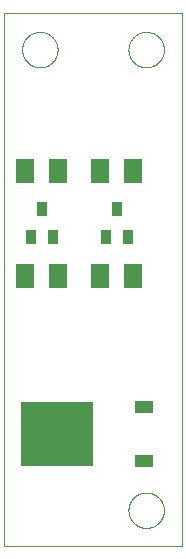
<source format=gtp>
G75*
%MOIN*%
%OFA0B0*%
%FSLAX25Y25*%
%IPPOS*%
%LPD*%
%AMOC8*
5,1,8,0,0,1.08239X$1,22.5*
%
%ADD10C,0.00000*%
%ADD11R,0.03543X0.04724*%
%ADD12R,0.06299X0.07874*%
%ADD13R,0.06299X0.03937*%
%ADD14R,0.24409X0.21260*%
D10*
X0001800Y0010051D02*
X0001800Y0187591D01*
X0060855Y0187591D01*
X0060855Y0010051D01*
X0001800Y0010051D01*
X0043138Y0021862D02*
X0043140Y0022015D01*
X0043146Y0022169D01*
X0043156Y0022322D01*
X0043170Y0022474D01*
X0043188Y0022627D01*
X0043210Y0022778D01*
X0043235Y0022929D01*
X0043265Y0023080D01*
X0043299Y0023230D01*
X0043336Y0023378D01*
X0043377Y0023526D01*
X0043422Y0023672D01*
X0043471Y0023818D01*
X0043524Y0023962D01*
X0043580Y0024104D01*
X0043640Y0024245D01*
X0043704Y0024385D01*
X0043771Y0024523D01*
X0043842Y0024659D01*
X0043917Y0024793D01*
X0043994Y0024925D01*
X0044076Y0025055D01*
X0044160Y0025183D01*
X0044248Y0025309D01*
X0044339Y0025432D01*
X0044433Y0025553D01*
X0044531Y0025671D01*
X0044631Y0025787D01*
X0044735Y0025900D01*
X0044841Y0026011D01*
X0044950Y0026119D01*
X0045062Y0026224D01*
X0045176Y0026325D01*
X0045294Y0026424D01*
X0045413Y0026520D01*
X0045535Y0026613D01*
X0045660Y0026702D01*
X0045787Y0026789D01*
X0045916Y0026871D01*
X0046047Y0026951D01*
X0046180Y0027027D01*
X0046315Y0027100D01*
X0046452Y0027169D01*
X0046591Y0027234D01*
X0046731Y0027296D01*
X0046873Y0027354D01*
X0047016Y0027409D01*
X0047161Y0027460D01*
X0047307Y0027507D01*
X0047454Y0027550D01*
X0047602Y0027589D01*
X0047751Y0027625D01*
X0047901Y0027656D01*
X0048052Y0027684D01*
X0048203Y0027708D01*
X0048356Y0027728D01*
X0048508Y0027744D01*
X0048661Y0027756D01*
X0048814Y0027764D01*
X0048967Y0027768D01*
X0049121Y0027768D01*
X0049274Y0027764D01*
X0049427Y0027756D01*
X0049580Y0027744D01*
X0049732Y0027728D01*
X0049885Y0027708D01*
X0050036Y0027684D01*
X0050187Y0027656D01*
X0050337Y0027625D01*
X0050486Y0027589D01*
X0050634Y0027550D01*
X0050781Y0027507D01*
X0050927Y0027460D01*
X0051072Y0027409D01*
X0051215Y0027354D01*
X0051357Y0027296D01*
X0051497Y0027234D01*
X0051636Y0027169D01*
X0051773Y0027100D01*
X0051908Y0027027D01*
X0052041Y0026951D01*
X0052172Y0026871D01*
X0052301Y0026789D01*
X0052428Y0026702D01*
X0052553Y0026613D01*
X0052675Y0026520D01*
X0052794Y0026424D01*
X0052912Y0026325D01*
X0053026Y0026224D01*
X0053138Y0026119D01*
X0053247Y0026011D01*
X0053353Y0025900D01*
X0053457Y0025787D01*
X0053557Y0025671D01*
X0053655Y0025553D01*
X0053749Y0025432D01*
X0053840Y0025309D01*
X0053928Y0025183D01*
X0054012Y0025055D01*
X0054094Y0024925D01*
X0054171Y0024793D01*
X0054246Y0024659D01*
X0054317Y0024523D01*
X0054384Y0024385D01*
X0054448Y0024245D01*
X0054508Y0024104D01*
X0054564Y0023962D01*
X0054617Y0023818D01*
X0054666Y0023672D01*
X0054711Y0023526D01*
X0054752Y0023378D01*
X0054789Y0023230D01*
X0054823Y0023080D01*
X0054853Y0022929D01*
X0054878Y0022778D01*
X0054900Y0022627D01*
X0054918Y0022474D01*
X0054932Y0022322D01*
X0054942Y0022169D01*
X0054948Y0022015D01*
X0054950Y0021862D01*
X0054948Y0021709D01*
X0054942Y0021555D01*
X0054932Y0021402D01*
X0054918Y0021250D01*
X0054900Y0021097D01*
X0054878Y0020946D01*
X0054853Y0020795D01*
X0054823Y0020644D01*
X0054789Y0020494D01*
X0054752Y0020346D01*
X0054711Y0020198D01*
X0054666Y0020052D01*
X0054617Y0019906D01*
X0054564Y0019762D01*
X0054508Y0019620D01*
X0054448Y0019479D01*
X0054384Y0019339D01*
X0054317Y0019201D01*
X0054246Y0019065D01*
X0054171Y0018931D01*
X0054094Y0018799D01*
X0054012Y0018669D01*
X0053928Y0018541D01*
X0053840Y0018415D01*
X0053749Y0018292D01*
X0053655Y0018171D01*
X0053557Y0018053D01*
X0053457Y0017937D01*
X0053353Y0017824D01*
X0053247Y0017713D01*
X0053138Y0017605D01*
X0053026Y0017500D01*
X0052912Y0017399D01*
X0052794Y0017300D01*
X0052675Y0017204D01*
X0052553Y0017111D01*
X0052428Y0017022D01*
X0052301Y0016935D01*
X0052172Y0016853D01*
X0052041Y0016773D01*
X0051908Y0016697D01*
X0051773Y0016624D01*
X0051636Y0016555D01*
X0051497Y0016490D01*
X0051357Y0016428D01*
X0051215Y0016370D01*
X0051072Y0016315D01*
X0050927Y0016264D01*
X0050781Y0016217D01*
X0050634Y0016174D01*
X0050486Y0016135D01*
X0050337Y0016099D01*
X0050187Y0016068D01*
X0050036Y0016040D01*
X0049885Y0016016D01*
X0049732Y0015996D01*
X0049580Y0015980D01*
X0049427Y0015968D01*
X0049274Y0015960D01*
X0049121Y0015956D01*
X0048967Y0015956D01*
X0048814Y0015960D01*
X0048661Y0015968D01*
X0048508Y0015980D01*
X0048356Y0015996D01*
X0048203Y0016016D01*
X0048052Y0016040D01*
X0047901Y0016068D01*
X0047751Y0016099D01*
X0047602Y0016135D01*
X0047454Y0016174D01*
X0047307Y0016217D01*
X0047161Y0016264D01*
X0047016Y0016315D01*
X0046873Y0016370D01*
X0046731Y0016428D01*
X0046591Y0016490D01*
X0046452Y0016555D01*
X0046315Y0016624D01*
X0046180Y0016697D01*
X0046047Y0016773D01*
X0045916Y0016853D01*
X0045787Y0016935D01*
X0045660Y0017022D01*
X0045535Y0017111D01*
X0045413Y0017204D01*
X0045294Y0017300D01*
X0045176Y0017399D01*
X0045062Y0017500D01*
X0044950Y0017605D01*
X0044841Y0017713D01*
X0044735Y0017824D01*
X0044631Y0017937D01*
X0044531Y0018053D01*
X0044433Y0018171D01*
X0044339Y0018292D01*
X0044248Y0018415D01*
X0044160Y0018541D01*
X0044076Y0018669D01*
X0043994Y0018799D01*
X0043917Y0018931D01*
X0043842Y0019065D01*
X0043771Y0019201D01*
X0043704Y0019339D01*
X0043640Y0019479D01*
X0043580Y0019620D01*
X0043524Y0019762D01*
X0043471Y0019906D01*
X0043422Y0020052D01*
X0043377Y0020198D01*
X0043336Y0020346D01*
X0043299Y0020494D01*
X0043265Y0020644D01*
X0043235Y0020795D01*
X0043210Y0020946D01*
X0043188Y0021097D01*
X0043170Y0021250D01*
X0043156Y0021402D01*
X0043146Y0021555D01*
X0043140Y0021709D01*
X0043138Y0021862D01*
X0043138Y0175406D02*
X0043140Y0175559D01*
X0043146Y0175713D01*
X0043156Y0175866D01*
X0043170Y0176018D01*
X0043188Y0176171D01*
X0043210Y0176322D01*
X0043235Y0176473D01*
X0043265Y0176624D01*
X0043299Y0176774D01*
X0043336Y0176922D01*
X0043377Y0177070D01*
X0043422Y0177216D01*
X0043471Y0177362D01*
X0043524Y0177506D01*
X0043580Y0177648D01*
X0043640Y0177789D01*
X0043704Y0177929D01*
X0043771Y0178067D01*
X0043842Y0178203D01*
X0043917Y0178337D01*
X0043994Y0178469D01*
X0044076Y0178599D01*
X0044160Y0178727D01*
X0044248Y0178853D01*
X0044339Y0178976D01*
X0044433Y0179097D01*
X0044531Y0179215D01*
X0044631Y0179331D01*
X0044735Y0179444D01*
X0044841Y0179555D01*
X0044950Y0179663D01*
X0045062Y0179768D01*
X0045176Y0179869D01*
X0045294Y0179968D01*
X0045413Y0180064D01*
X0045535Y0180157D01*
X0045660Y0180246D01*
X0045787Y0180333D01*
X0045916Y0180415D01*
X0046047Y0180495D01*
X0046180Y0180571D01*
X0046315Y0180644D01*
X0046452Y0180713D01*
X0046591Y0180778D01*
X0046731Y0180840D01*
X0046873Y0180898D01*
X0047016Y0180953D01*
X0047161Y0181004D01*
X0047307Y0181051D01*
X0047454Y0181094D01*
X0047602Y0181133D01*
X0047751Y0181169D01*
X0047901Y0181200D01*
X0048052Y0181228D01*
X0048203Y0181252D01*
X0048356Y0181272D01*
X0048508Y0181288D01*
X0048661Y0181300D01*
X0048814Y0181308D01*
X0048967Y0181312D01*
X0049121Y0181312D01*
X0049274Y0181308D01*
X0049427Y0181300D01*
X0049580Y0181288D01*
X0049732Y0181272D01*
X0049885Y0181252D01*
X0050036Y0181228D01*
X0050187Y0181200D01*
X0050337Y0181169D01*
X0050486Y0181133D01*
X0050634Y0181094D01*
X0050781Y0181051D01*
X0050927Y0181004D01*
X0051072Y0180953D01*
X0051215Y0180898D01*
X0051357Y0180840D01*
X0051497Y0180778D01*
X0051636Y0180713D01*
X0051773Y0180644D01*
X0051908Y0180571D01*
X0052041Y0180495D01*
X0052172Y0180415D01*
X0052301Y0180333D01*
X0052428Y0180246D01*
X0052553Y0180157D01*
X0052675Y0180064D01*
X0052794Y0179968D01*
X0052912Y0179869D01*
X0053026Y0179768D01*
X0053138Y0179663D01*
X0053247Y0179555D01*
X0053353Y0179444D01*
X0053457Y0179331D01*
X0053557Y0179215D01*
X0053655Y0179097D01*
X0053749Y0178976D01*
X0053840Y0178853D01*
X0053928Y0178727D01*
X0054012Y0178599D01*
X0054094Y0178469D01*
X0054171Y0178337D01*
X0054246Y0178203D01*
X0054317Y0178067D01*
X0054384Y0177929D01*
X0054448Y0177789D01*
X0054508Y0177648D01*
X0054564Y0177506D01*
X0054617Y0177362D01*
X0054666Y0177216D01*
X0054711Y0177070D01*
X0054752Y0176922D01*
X0054789Y0176774D01*
X0054823Y0176624D01*
X0054853Y0176473D01*
X0054878Y0176322D01*
X0054900Y0176171D01*
X0054918Y0176018D01*
X0054932Y0175866D01*
X0054942Y0175713D01*
X0054948Y0175559D01*
X0054950Y0175406D01*
X0054948Y0175253D01*
X0054942Y0175099D01*
X0054932Y0174946D01*
X0054918Y0174794D01*
X0054900Y0174641D01*
X0054878Y0174490D01*
X0054853Y0174339D01*
X0054823Y0174188D01*
X0054789Y0174038D01*
X0054752Y0173890D01*
X0054711Y0173742D01*
X0054666Y0173596D01*
X0054617Y0173450D01*
X0054564Y0173306D01*
X0054508Y0173164D01*
X0054448Y0173023D01*
X0054384Y0172883D01*
X0054317Y0172745D01*
X0054246Y0172609D01*
X0054171Y0172475D01*
X0054094Y0172343D01*
X0054012Y0172213D01*
X0053928Y0172085D01*
X0053840Y0171959D01*
X0053749Y0171836D01*
X0053655Y0171715D01*
X0053557Y0171597D01*
X0053457Y0171481D01*
X0053353Y0171368D01*
X0053247Y0171257D01*
X0053138Y0171149D01*
X0053026Y0171044D01*
X0052912Y0170943D01*
X0052794Y0170844D01*
X0052675Y0170748D01*
X0052553Y0170655D01*
X0052428Y0170566D01*
X0052301Y0170479D01*
X0052172Y0170397D01*
X0052041Y0170317D01*
X0051908Y0170241D01*
X0051773Y0170168D01*
X0051636Y0170099D01*
X0051497Y0170034D01*
X0051357Y0169972D01*
X0051215Y0169914D01*
X0051072Y0169859D01*
X0050927Y0169808D01*
X0050781Y0169761D01*
X0050634Y0169718D01*
X0050486Y0169679D01*
X0050337Y0169643D01*
X0050187Y0169612D01*
X0050036Y0169584D01*
X0049885Y0169560D01*
X0049732Y0169540D01*
X0049580Y0169524D01*
X0049427Y0169512D01*
X0049274Y0169504D01*
X0049121Y0169500D01*
X0048967Y0169500D01*
X0048814Y0169504D01*
X0048661Y0169512D01*
X0048508Y0169524D01*
X0048356Y0169540D01*
X0048203Y0169560D01*
X0048052Y0169584D01*
X0047901Y0169612D01*
X0047751Y0169643D01*
X0047602Y0169679D01*
X0047454Y0169718D01*
X0047307Y0169761D01*
X0047161Y0169808D01*
X0047016Y0169859D01*
X0046873Y0169914D01*
X0046731Y0169972D01*
X0046591Y0170034D01*
X0046452Y0170099D01*
X0046315Y0170168D01*
X0046180Y0170241D01*
X0046047Y0170317D01*
X0045916Y0170397D01*
X0045787Y0170479D01*
X0045660Y0170566D01*
X0045535Y0170655D01*
X0045413Y0170748D01*
X0045294Y0170844D01*
X0045176Y0170943D01*
X0045062Y0171044D01*
X0044950Y0171149D01*
X0044841Y0171257D01*
X0044735Y0171368D01*
X0044631Y0171481D01*
X0044531Y0171597D01*
X0044433Y0171715D01*
X0044339Y0171836D01*
X0044248Y0171959D01*
X0044160Y0172085D01*
X0044076Y0172213D01*
X0043994Y0172343D01*
X0043917Y0172475D01*
X0043842Y0172609D01*
X0043771Y0172745D01*
X0043704Y0172883D01*
X0043640Y0173023D01*
X0043580Y0173164D01*
X0043524Y0173306D01*
X0043471Y0173450D01*
X0043422Y0173596D01*
X0043377Y0173742D01*
X0043336Y0173890D01*
X0043299Y0174038D01*
X0043265Y0174188D01*
X0043235Y0174339D01*
X0043210Y0174490D01*
X0043188Y0174641D01*
X0043170Y0174794D01*
X0043156Y0174946D01*
X0043146Y0175099D01*
X0043140Y0175253D01*
X0043138Y0175406D01*
X0007705Y0175406D02*
X0007707Y0175559D01*
X0007713Y0175713D01*
X0007723Y0175866D01*
X0007737Y0176018D01*
X0007755Y0176171D01*
X0007777Y0176322D01*
X0007802Y0176473D01*
X0007832Y0176624D01*
X0007866Y0176774D01*
X0007903Y0176922D01*
X0007944Y0177070D01*
X0007989Y0177216D01*
X0008038Y0177362D01*
X0008091Y0177506D01*
X0008147Y0177648D01*
X0008207Y0177789D01*
X0008271Y0177929D01*
X0008338Y0178067D01*
X0008409Y0178203D01*
X0008484Y0178337D01*
X0008561Y0178469D01*
X0008643Y0178599D01*
X0008727Y0178727D01*
X0008815Y0178853D01*
X0008906Y0178976D01*
X0009000Y0179097D01*
X0009098Y0179215D01*
X0009198Y0179331D01*
X0009302Y0179444D01*
X0009408Y0179555D01*
X0009517Y0179663D01*
X0009629Y0179768D01*
X0009743Y0179869D01*
X0009861Y0179968D01*
X0009980Y0180064D01*
X0010102Y0180157D01*
X0010227Y0180246D01*
X0010354Y0180333D01*
X0010483Y0180415D01*
X0010614Y0180495D01*
X0010747Y0180571D01*
X0010882Y0180644D01*
X0011019Y0180713D01*
X0011158Y0180778D01*
X0011298Y0180840D01*
X0011440Y0180898D01*
X0011583Y0180953D01*
X0011728Y0181004D01*
X0011874Y0181051D01*
X0012021Y0181094D01*
X0012169Y0181133D01*
X0012318Y0181169D01*
X0012468Y0181200D01*
X0012619Y0181228D01*
X0012770Y0181252D01*
X0012923Y0181272D01*
X0013075Y0181288D01*
X0013228Y0181300D01*
X0013381Y0181308D01*
X0013534Y0181312D01*
X0013688Y0181312D01*
X0013841Y0181308D01*
X0013994Y0181300D01*
X0014147Y0181288D01*
X0014299Y0181272D01*
X0014452Y0181252D01*
X0014603Y0181228D01*
X0014754Y0181200D01*
X0014904Y0181169D01*
X0015053Y0181133D01*
X0015201Y0181094D01*
X0015348Y0181051D01*
X0015494Y0181004D01*
X0015639Y0180953D01*
X0015782Y0180898D01*
X0015924Y0180840D01*
X0016064Y0180778D01*
X0016203Y0180713D01*
X0016340Y0180644D01*
X0016475Y0180571D01*
X0016608Y0180495D01*
X0016739Y0180415D01*
X0016868Y0180333D01*
X0016995Y0180246D01*
X0017120Y0180157D01*
X0017242Y0180064D01*
X0017361Y0179968D01*
X0017479Y0179869D01*
X0017593Y0179768D01*
X0017705Y0179663D01*
X0017814Y0179555D01*
X0017920Y0179444D01*
X0018024Y0179331D01*
X0018124Y0179215D01*
X0018222Y0179097D01*
X0018316Y0178976D01*
X0018407Y0178853D01*
X0018495Y0178727D01*
X0018579Y0178599D01*
X0018661Y0178469D01*
X0018738Y0178337D01*
X0018813Y0178203D01*
X0018884Y0178067D01*
X0018951Y0177929D01*
X0019015Y0177789D01*
X0019075Y0177648D01*
X0019131Y0177506D01*
X0019184Y0177362D01*
X0019233Y0177216D01*
X0019278Y0177070D01*
X0019319Y0176922D01*
X0019356Y0176774D01*
X0019390Y0176624D01*
X0019420Y0176473D01*
X0019445Y0176322D01*
X0019467Y0176171D01*
X0019485Y0176018D01*
X0019499Y0175866D01*
X0019509Y0175713D01*
X0019515Y0175559D01*
X0019517Y0175406D01*
X0019515Y0175253D01*
X0019509Y0175099D01*
X0019499Y0174946D01*
X0019485Y0174794D01*
X0019467Y0174641D01*
X0019445Y0174490D01*
X0019420Y0174339D01*
X0019390Y0174188D01*
X0019356Y0174038D01*
X0019319Y0173890D01*
X0019278Y0173742D01*
X0019233Y0173596D01*
X0019184Y0173450D01*
X0019131Y0173306D01*
X0019075Y0173164D01*
X0019015Y0173023D01*
X0018951Y0172883D01*
X0018884Y0172745D01*
X0018813Y0172609D01*
X0018738Y0172475D01*
X0018661Y0172343D01*
X0018579Y0172213D01*
X0018495Y0172085D01*
X0018407Y0171959D01*
X0018316Y0171836D01*
X0018222Y0171715D01*
X0018124Y0171597D01*
X0018024Y0171481D01*
X0017920Y0171368D01*
X0017814Y0171257D01*
X0017705Y0171149D01*
X0017593Y0171044D01*
X0017479Y0170943D01*
X0017361Y0170844D01*
X0017242Y0170748D01*
X0017120Y0170655D01*
X0016995Y0170566D01*
X0016868Y0170479D01*
X0016739Y0170397D01*
X0016608Y0170317D01*
X0016475Y0170241D01*
X0016340Y0170168D01*
X0016203Y0170099D01*
X0016064Y0170034D01*
X0015924Y0169972D01*
X0015782Y0169914D01*
X0015639Y0169859D01*
X0015494Y0169808D01*
X0015348Y0169761D01*
X0015201Y0169718D01*
X0015053Y0169679D01*
X0014904Y0169643D01*
X0014754Y0169612D01*
X0014603Y0169584D01*
X0014452Y0169560D01*
X0014299Y0169540D01*
X0014147Y0169524D01*
X0013994Y0169512D01*
X0013841Y0169504D01*
X0013688Y0169500D01*
X0013534Y0169500D01*
X0013381Y0169504D01*
X0013228Y0169512D01*
X0013075Y0169524D01*
X0012923Y0169540D01*
X0012770Y0169560D01*
X0012619Y0169584D01*
X0012468Y0169612D01*
X0012318Y0169643D01*
X0012169Y0169679D01*
X0012021Y0169718D01*
X0011874Y0169761D01*
X0011728Y0169808D01*
X0011583Y0169859D01*
X0011440Y0169914D01*
X0011298Y0169972D01*
X0011158Y0170034D01*
X0011019Y0170099D01*
X0010882Y0170168D01*
X0010747Y0170241D01*
X0010614Y0170317D01*
X0010483Y0170397D01*
X0010354Y0170479D01*
X0010227Y0170566D01*
X0010102Y0170655D01*
X0009980Y0170748D01*
X0009861Y0170844D01*
X0009743Y0170943D01*
X0009629Y0171044D01*
X0009517Y0171149D01*
X0009408Y0171257D01*
X0009302Y0171368D01*
X0009198Y0171481D01*
X0009098Y0171597D01*
X0009000Y0171715D01*
X0008906Y0171836D01*
X0008815Y0171959D01*
X0008727Y0172085D01*
X0008643Y0172213D01*
X0008561Y0172343D01*
X0008484Y0172475D01*
X0008409Y0172609D01*
X0008338Y0172745D01*
X0008271Y0172883D01*
X0008207Y0173023D01*
X0008147Y0173164D01*
X0008091Y0173306D01*
X0008038Y0173450D01*
X0007989Y0173596D01*
X0007944Y0173742D01*
X0007903Y0173890D01*
X0007866Y0174038D01*
X0007832Y0174188D01*
X0007802Y0174339D01*
X0007777Y0174490D01*
X0007755Y0174641D01*
X0007737Y0174794D01*
X0007723Y0174946D01*
X0007713Y0175099D01*
X0007707Y0175253D01*
X0007705Y0175406D01*
D11*
X0014300Y0122276D03*
X0010560Y0112827D03*
X0018040Y0112827D03*
X0035560Y0112827D03*
X0039300Y0122276D03*
X0043040Y0112827D03*
D12*
X0044812Y0100051D03*
X0033788Y0100051D03*
X0033788Y0135051D03*
X0044812Y0135051D03*
X0019812Y0135051D03*
X0008788Y0135051D03*
X0008788Y0100051D03*
X0019812Y0100051D03*
D13*
X0048198Y0056213D03*
X0048198Y0038260D03*
D14*
X0019457Y0047236D03*
M02*

</source>
